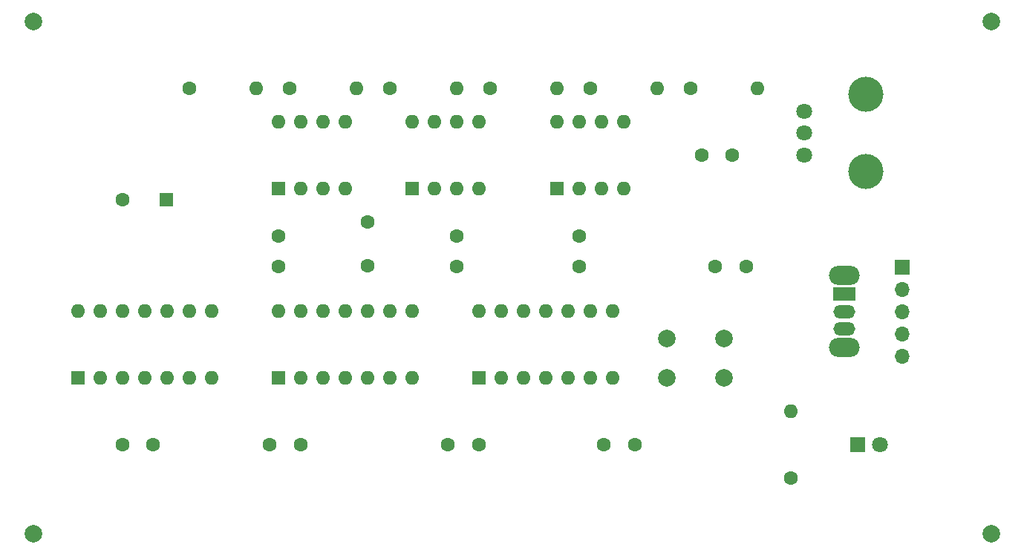
<source format=gbr>
%TF.GenerationSoftware,KiCad,Pcbnew,(7.0.0)*%
%TF.CreationDate,2023-05-14T14:46:27-04:00*%
%TF.ProjectId,8bc_clock,3862635f-636c-46f6-936b-2e6b69636164,rev?*%
%TF.SameCoordinates,Original*%
%TF.FileFunction,Soldermask,Bot*%
%TF.FilePolarity,Negative*%
%FSLAX46Y46*%
G04 Gerber Fmt 4.6, Leading zero omitted, Abs format (unit mm)*
G04 Created by KiCad (PCBNEW (7.0.0)) date 2023-05-14 14:46:27*
%MOMM*%
%LPD*%
G01*
G04 APERTURE LIST*
%ADD10C,2.000000*%
%ADD11R,1.800000X1.800000*%
%ADD12C,1.800000*%
%ADD13C,1.600000*%
%ADD14O,1.600000X1.600000*%
%ADD15R,1.600000X1.600000*%
%ADD16C,4.000000*%
%ADD17O,3.500000X2.200000*%
%ADD18R,2.500000X1.500000*%
%ADD19O,2.500000X1.500000*%
%ADD20R,1.700000X1.700000*%
%ADD21O,1.700000X1.700000*%
G04 APERTURE END LIST*
D10*
%TO.C,SW2*%
X153520000Y-92020000D03*
X160020000Y-92020000D03*
X153520000Y-96520000D03*
X160020000Y-96520000D03*
%TD*%
D11*
%TO.C,D1*%
X175259999Y-104139999D03*
D12*
X177800000Y-104140000D03*
%TD*%
D13*
%TO.C,R1*%
X99060000Y-63500000D03*
D14*
X106679999Y-63499999D03*
%TD*%
D15*
%TO.C,U1*%
X109219999Y-74919999D03*
D14*
X111759999Y-74919999D03*
X114299999Y-74919999D03*
X116839999Y-74919999D03*
X116839999Y-67299999D03*
X114299999Y-67299999D03*
X111759999Y-67299999D03*
X109219999Y-67299999D03*
%TD*%
D13*
%TO.C,C7*%
X132080000Y-104140000D03*
X128580000Y-104140000D03*
%TD*%
%TO.C,C5*%
X157480000Y-71120000D03*
X160980000Y-71120000D03*
%TD*%
D15*
%TO.C,C2*%
X96439999Y-76199999D03*
D13*
X91440000Y-76200000D03*
%TD*%
%TO.C,C4*%
X129540000Y-80320000D03*
X129540000Y-83820000D03*
%TD*%
%TO.C,C3*%
X159060000Y-83820000D03*
X162560000Y-83820000D03*
%TD*%
%TO.C,C10*%
X149860000Y-104140000D03*
X146360000Y-104140000D03*
%TD*%
D10*
%TO.C,REF\u002A\u002A*%
X81280000Y-114300000D03*
%TD*%
D16*
%TO.C,RV1*%
X176210000Y-64180000D03*
X176210000Y-72980000D03*
D12*
X169210000Y-71080000D03*
X169210000Y-68580000D03*
X169210000Y-66080000D03*
%TD*%
D17*
%TO.C,SW1*%
X173764999Y-84829999D03*
X173764999Y-93029999D03*
D18*
X173764999Y-86929999D03*
D19*
X173764999Y-88929999D03*
X173764999Y-90929999D03*
%TD*%
D10*
%TO.C,REF\u002A\u002A*%
X190500000Y-55880000D03*
%TD*%
D13*
%TO.C,C6*%
X143520000Y-83820000D03*
X143520000Y-80320000D03*
%TD*%
%TO.C,R3*%
X121920000Y-63500000D03*
D14*
X129539999Y-63499999D03*
%TD*%
D15*
%TO.C,U5*%
X109219999Y-96519999D03*
D14*
X111759999Y-96519999D03*
X114299999Y-96519999D03*
X116839999Y-96519999D03*
X119379999Y-96519999D03*
X121919999Y-96519999D03*
X124459999Y-96519999D03*
X124459999Y-88899999D03*
X121919999Y-88899999D03*
X119379999Y-88899999D03*
X116839999Y-88899999D03*
X114299999Y-88899999D03*
X111759999Y-88899999D03*
X109219999Y-88899999D03*
%TD*%
D13*
%TO.C,R6*%
X156210000Y-63500000D03*
D14*
X163829999Y-63499999D03*
%TD*%
D10*
%TO.C,REF\u002A\u002A*%
X190500000Y-114300000D03*
%TD*%
D13*
%TO.C,C9*%
X94940000Y-104140000D03*
X91440000Y-104140000D03*
%TD*%
%TO.C,R5*%
X144780000Y-63500000D03*
D14*
X152399999Y-63499999D03*
%TD*%
D13*
%TO.C,R4*%
X133350000Y-63500000D03*
D14*
X140969999Y-63499999D03*
%TD*%
D15*
%TO.C,U3*%
X140979999Y-74919999D03*
D14*
X143519999Y-74919999D03*
X146059999Y-74919999D03*
X148599999Y-74919999D03*
X148599999Y-67299999D03*
X146059999Y-67299999D03*
X143519999Y-67299999D03*
X140979999Y-67299999D03*
%TD*%
D13*
%TO.C,C1*%
X119380000Y-78740000D03*
X119380000Y-83740000D03*
%TD*%
%TO.C,C8*%
X109220000Y-83820000D03*
X109220000Y-80320000D03*
%TD*%
%TO.C,R7*%
X167640000Y-107950000D03*
D14*
X167639999Y-100329999D03*
%TD*%
D20*
%TO.C,J1*%
X180364999Y-83849999D03*
D21*
X180364999Y-86389999D03*
X180364999Y-88929999D03*
X180364999Y-91469999D03*
X180364999Y-94009999D03*
%TD*%
D13*
%TO.C,R2*%
X110490000Y-63500000D03*
D14*
X118109999Y-63499999D03*
%TD*%
D15*
%TO.C,U6*%
X132079999Y-96519999D03*
D14*
X134619999Y-96519999D03*
X137159999Y-96519999D03*
X139699999Y-96519999D03*
X142239999Y-96519999D03*
X144779999Y-96519999D03*
X147319999Y-96519999D03*
X147319999Y-88899999D03*
X144779999Y-88899999D03*
X142239999Y-88899999D03*
X139699999Y-88899999D03*
X137159999Y-88899999D03*
X134619999Y-88899999D03*
X132079999Y-88899999D03*
%TD*%
D13*
%TO.C,C11*%
X111760000Y-104140000D03*
X108260000Y-104140000D03*
%TD*%
D15*
%TO.C,U2*%
X124479999Y-74919999D03*
D14*
X127019999Y-74919999D03*
X129559999Y-74919999D03*
X132099999Y-74919999D03*
X132099999Y-67299999D03*
X129559999Y-67299999D03*
X127019999Y-67299999D03*
X124479999Y-67299999D03*
%TD*%
D10*
%TO.C,REF\u002A\u002A\u002A*%
X81280000Y-55880000D03*
%TD*%
D15*
%TO.C,U4*%
X86359999Y-96519999D03*
D14*
X88899999Y-96519999D03*
X91439999Y-96519999D03*
X93979999Y-96519999D03*
X96519999Y-96519999D03*
X99059999Y-96519999D03*
X101599999Y-96519999D03*
X101599999Y-88899999D03*
X99059999Y-88899999D03*
X96519999Y-88899999D03*
X93979999Y-88899999D03*
X91439999Y-88899999D03*
X88899999Y-88899999D03*
X86359999Y-88899999D03*
%TD*%
M02*

</source>
